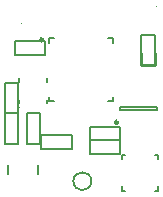
<source format=gto>
%FSLAX23Y23*%
%MOIN*%
G70*
G01*
G75*
G04 Layer_Color=65535*
%ADD10C,0.008*%
%ADD11R,0.030X0.030*%
%ADD12R,0.020X0.020*%
%ADD13R,0.020X0.020*%
%ADD14R,0.043X0.035*%
%ADD15R,0.030X0.030*%
%ADD16R,0.044X0.058*%
%ADD17R,0.058X0.044*%
%ADD18R,0.107X0.051*%
%ADD19R,0.024X0.010*%
%ADD20R,0.010X0.024*%
%ADD21R,0.122X0.122*%
%ADD22R,0.011X0.020*%
%ADD23R,0.063X0.035*%
%ADD24R,0.020X0.012*%
%ADD25R,0.019X0.012*%
%ADD26R,0.010X0.028*%
%ADD27R,0.094X0.065*%
%ADD28R,0.028X0.051*%
%ADD29C,0.010*%
%ADD30C,0.006*%
%ADD31C,0.012*%
%ADD32C,0.020*%
%ADD33C,0.005*%
%ADD34C,0.051*%
%ADD35C,0.016*%
%ADD36C,0.020*%
%ADD37O,0.053X0.016*%
%ADD38O,0.069X0.016*%
%ADD39O,0.100X0.016*%
%ADD40O,0.016X0.053*%
%ADD41O,0.016X0.069*%
%ADD42R,0.030X0.059*%
%ADD43R,0.014X0.020*%
%ADD44R,0.011X0.020*%
%ADD45R,0.080X0.063*%
%ADD46C,0.004*%
%ADD47C,0.010*%
%ADD48C,0.008*%
D10*
X291Y51D02*
G03*
X291Y51I-30J0D01*
G01*
D29*
X457Y440D02*
Y480D01*
Y440D02*
X503D01*
Y480D01*
D33*
X457Y440D02*
Y540D01*
X503Y440D02*
Y540D01*
X457D02*
X503D01*
X457Y440D02*
X503D01*
X286Y233D02*
X387D01*
X286Y187D02*
X387D01*
Y233D01*
X286Y187D02*
Y233D01*
X2Y278D02*
Y379D01*
X48Y278D02*
Y379D01*
X2D02*
X48D01*
X2Y278D02*
X48D01*
X36Y471D02*
X138D01*
X36Y517D02*
X138D01*
X36Y471D02*
Y517D01*
X138Y471D02*
Y517D01*
X2Y176D02*
Y278D01*
X48Y176D02*
Y278D01*
X2D02*
X48D01*
X2Y176D02*
X48D01*
X124Y159D02*
X226D01*
X124Y205D02*
X226D01*
X124Y159D02*
Y205D01*
X226Y159D02*
Y205D01*
X287Y187D02*
X387D01*
X287Y141D02*
X387D01*
Y187D01*
X287Y141D02*
Y187D01*
X75Y176D02*
Y278D01*
X121Y176D02*
Y278D01*
X75D02*
X121D01*
X75Y176D02*
X121D01*
D46*
X509Y635D02*
G03*
X509Y635I-2J0D01*
G01*
X52Y296D02*
G03*
X52Y296I-2J0D01*
G01*
X58Y577D02*
G03*
X58Y577I-2J0D01*
G01*
X516Y156D02*
G03*
X516Y156I-2J0D01*
G01*
D47*
X130Y523D02*
G03*
X130Y523I-5J0D01*
G01*
X380Y247D02*
G03*
X380Y247I-5J0D01*
G01*
D48*
X114Y74D02*
Y106D01*
X14Y74D02*
Y106D01*
X151Y513D02*
Y529D01*
X167D01*
X347D02*
X363D01*
Y513D02*
Y529D01*
Y317D02*
Y333D01*
X347Y317D02*
X363D01*
X151D02*
Y333D01*
Y317D02*
X167D01*
X50Y312D02*
Y323D01*
Y383D02*
Y394D01*
X144Y383D02*
Y394D01*
Y312D02*
Y323D01*
X503Y140D02*
X514D01*
X392D02*
X403D01*
X503Y18D02*
X514D01*
X392D02*
X403D01*
X514Y124D02*
Y140D01*
Y18D02*
Y34D01*
X392Y124D02*
Y140D01*
Y18D02*
Y34D01*
X387Y300D02*
X509D01*
X387Y288D02*
X509D01*
Y300D01*
X387Y288D02*
Y300D01*
M02*

</source>
